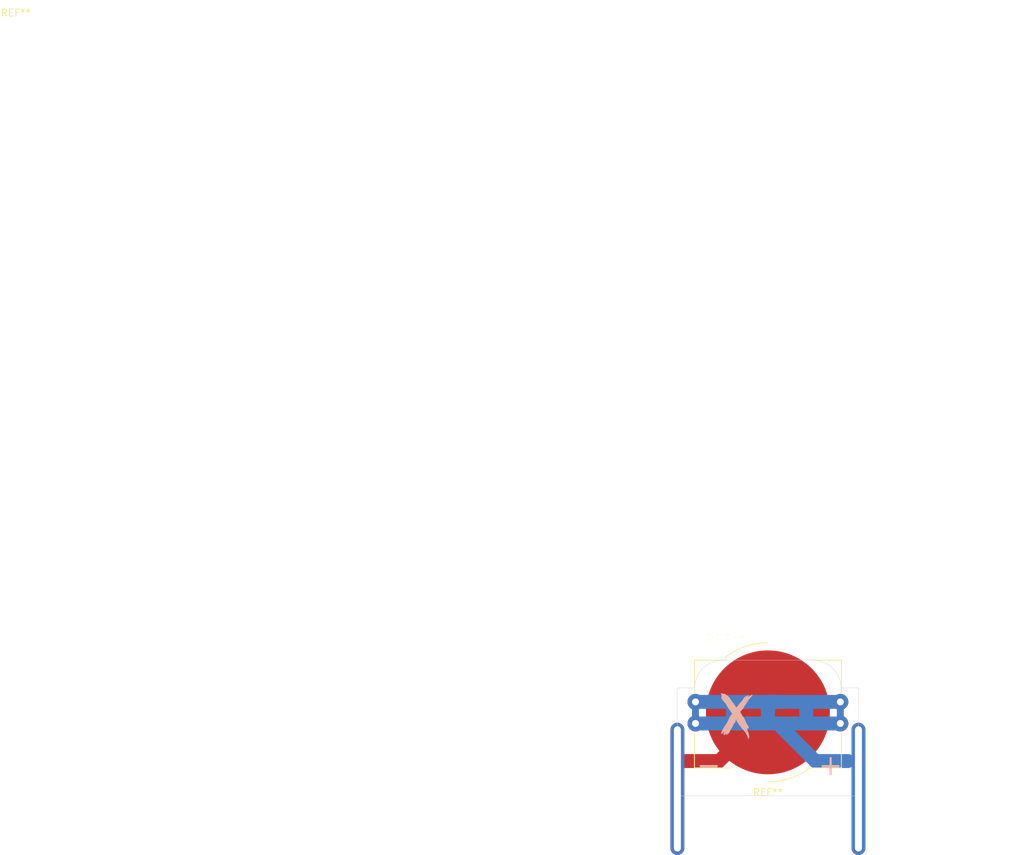
<source format=kicad_pcb>
(kicad_pcb (version 20171130) (host pcbnew "(5.1.6)-1")

  (general
    (thickness 1.6)
    (drawings 15)
    (tracks 27)
    (zones 0)
    (modules 4)
    (nets 1)
  )

  (page A4)
  (layers
    (0 F.Cu signal)
    (31 B.Cu signal)
    (32 B.Adhes user)
    (33 F.Adhes user)
    (34 B.Paste user)
    (35 F.Paste user)
    (36 B.SilkS user)
    (37 F.SilkS user)
    (38 B.Mask user)
    (39 F.Mask user)
    (40 Dwgs.User user)
    (41 Cmts.User user)
    (42 Eco1.User user)
    (43 Eco2.User user)
    (44 Edge.Cuts user)
    (45 Margin user)
    (46 B.CrtYd user)
    (47 F.CrtYd user)
    (48 B.Fab user)
    (49 F.Fab user)
  )

  (setup
    (last_trace_width 0.25)
    (user_trace_width 1)
    (user_trace_width 2)
    (user_trace_width 3)
    (user_trace_width 4)
    (user_trace_width 5)
    (trace_clearance 0.2)
    (zone_clearance 0.508)
    (zone_45_only no)
    (trace_min 0.2)
    (via_size 0.8)
    (via_drill 0.4)
    (via_min_size 0.4)
    (via_min_drill 0.3)
    (user_via 6.7 6.3)
    (uvia_size 0.3)
    (uvia_drill 0.1)
    (uvias_allowed no)
    (uvia_min_size 0.2)
    (uvia_min_drill 0.1)
    (edge_width 0.05)
    (segment_width 0.2)
    (pcb_text_width 0.3)
    (pcb_text_size 1.5 1.5)
    (mod_edge_width 0.12)
    (mod_text_size 1 1)
    (mod_text_width 0.15)
    (pad_size 1.524 1.524)
    (pad_drill 0.762)
    (pad_to_mask_clearance 0.05)
    (aux_axis_origin 0 0)
    (visible_elements 7FFFFFFF)
    (pcbplotparams
      (layerselection 0x010fc_ffffffff)
      (usegerberextensions true)
      (usegerberattributes false)
      (usegerberadvancedattributes false)
      (creategerberjobfile false)
      (excludeedgelayer true)
      (linewidth 0.100000)
      (plotframeref false)
      (viasonmask false)
      (mode 1)
      (useauxorigin false)
      (hpglpennumber 1)
      (hpglpenspeed 20)
      (hpglpendiameter 15.000000)
      (psnegative false)
      (psa4output false)
      (plotreference true)
      (plotvalue false)
      (plotinvisibletext false)
      (padsonsilk false)
      (subtractmaskfromsilk true)
      (outputformat 1)
      (mirror false)
      (drillshape 0)
      (scaleselection 1)
      (outputdirectory ""))
  )

  (net 0 "")

  (net_class Default "This is the default net class."
    (clearance 0.2)
    (trace_width 0.25)
    (via_dia 0.8)
    (via_drill 0.4)
    (uvia_dia 0.3)
    (uvia_drill 0.1)
  )

  (module logos:logo_7 (layer F.Cu) (tedit 60C2B8C4) (tstamp 60C2BDBE)
    (at 103.5 101.5)
    (fp_text reference G*** (at 0 0) (layer F.SilkS) hide
      (effects (font (size 1.524 1.524) (thickness 0.3)))
    )
    (fp_text value LOGO (at 0.75 0) (layer F.SilkS) hide
      (effects (font (size 1.524 1.524) (thickness 0.3)))
    )
    (fp_poly (pts (xy 1.367615 -2.925497) (xy 1.36525 -2.921) (xy 1.353283 -2.908872) (xy 1.35105 -2.9083)
      (xy 1.350184 -2.916504) (xy 1.35255 -2.921) (xy 1.364516 -2.933129) (xy 1.366749 -2.9337)
      (xy 1.367615 -2.925497)) (layer Eco1.User) (width 0.01))
    (fp_poly (pts (xy 1.0287 -2.76225) (xy 1.02235 -2.7559) (xy 1.016 -2.76225) (xy 1.02235 -2.7686)
      (xy 1.0287 -2.76225)) (layer Eco1.User) (width 0.01))
    (fp_poly (pts (xy 1.0033 -2.74955) (xy 0.99695 -2.7432) (xy 0.9906 -2.74955) (xy 0.99695 -2.7559)
      (xy 1.0033 -2.74955)) (layer Eco1.User) (width 0.01))
    (fp_poly (pts (xy 1.107945 -2.747832) (xy 1.111359 -2.731981) (xy 1.1049 -2.72415) (xy 1.097358 -2.708939)
      (xy 1.099092 -2.704223) (xy 1.095573 -2.694187) (xy 1.08585 -2.6924) (xy 1.071476 -2.687353)
      (xy 1.071841 -2.681817) (xy 1.068223 -2.672345) (xy 1.061325 -2.671234) (xy 1.048077 -2.681196)
      (xy 1.04722 -2.691342) (xy 1.059092 -2.70912) (xy 1.06801 -2.711736) (xy 1.081267 -2.722006)
      (xy 1.082118 -2.733961) (xy 1.084761 -2.752441) (xy 1.090893 -2.7559) (xy 1.107945 -2.747832)) (layer Eco1.User) (width 0.01))
    (fp_poly (pts (xy 0.9017 -2.54635) (xy 0.89535 -2.54) (xy 0.889 -2.54635) (xy 0.89535 -2.5527)
      (xy 0.9017 -2.54635)) (layer Eco1.User) (width 0.01))
    (fp_poly (pts (xy 0.9779 -2.53365) (xy 0.97155 -2.5273) (xy 0.9652 -2.53365) (xy 0.97155 -2.54)
      (xy 0.9779 -2.53365)) (layer Eco1.User) (width 0.01))
    (fp_poly (pts (xy 0.833966 -2.484967) (xy 0.832223 -2.477417) (xy 0.8255 -2.4765) (xy 0.815046 -2.481147)
      (xy 0.817033 -2.484967) (xy 0.832105 -2.486487) (xy 0.833966 -2.484967)) (layer Eco1.User) (width 0.01))
    (fp_poly (pts (xy 0.5842 -2.01295) (xy 0.57785 -2.0066) (xy 0.5715 -2.01295) (xy 0.57785 -2.0193)
      (xy 0.5842 -2.01295)) (layer Eco1.User) (width 0.01))
    (fp_poly (pts (xy 0.977204 -2.747656) (xy 0.972756 -2.728129) (xy 0.95885 -2.709636) (xy 0.944312 -2.689993)
      (xy 0.94008 -2.674561) (xy 0.947495 -2.67086) (xy 0.952354 -2.673261) (xy 0.959638 -2.671243)
      (xy 0.957579 -2.661918) (xy 0.954418 -2.635716) (xy 0.96622 -2.626181) (xy 0.986709 -2.637361)
      (xy 0.990053 -2.64097) (xy 1.008983 -2.660188) (xy 1.01954 -2.667) (xy 1.02284 -2.656782)
      (xy 1.020525 -2.634308) (xy 1.015467 -2.6162) (xy 1.014238 -2.601099) (xy 1.004887 -2.590827)
      (xy 0.989614 -2.584138) (xy 0.964364 -2.564062) (xy 0.943548 -2.52442) (xy 0.933662 -2.4892)
      (xy 0.920076 -2.446796) (xy 0.897576 -2.401238) (xy 0.86942 -2.356623) (xy 0.838866 -2.317046)
      (xy 0.809171 -2.286604) (xy 0.783595 -2.269391) (xy 0.765395 -2.269504) (xy 0.761964 -2.273358)
      (xy 0.751183 -2.279405) (xy 0.737665 -2.262557) (xy 0.736487 -2.260391) (xy 0.727306 -2.240101)
      (xy 0.73286 -2.236399) (xy 0.741472 -2.239226) (xy 0.758747 -2.240896) (xy 0.762 -2.236357)
      (xy 0.753984 -2.220434) (xy 0.737233 -2.206369) (xy 0.722686 -2.202922) (xy 0.72139 -2.203844)
      (xy 0.713669 -2.196986) (xy 0.700985 -2.172331) (xy 0.692073 -2.150683) (xy 0.674243 -2.110785)
      (xy 0.650566 -2.066183) (xy 0.626208 -2.025949) (xy 0.606333 -1.999151) (xy 0.604974 -1.997741)
      (xy 0.603517 -2.006786) (xy 0.603833 -2.033204) (xy 0.604248 -2.042465) (xy 0.611121 -2.081155)
      (xy 0.626798 -2.134391) (xy 0.648271 -2.194236) (xy 0.672531 -2.25275) (xy 0.696572 -2.301995)
      (xy 0.712238 -2.327504) (xy 0.733101 -2.361301) (xy 0.75525 -2.404418) (xy 0.762446 -2.420392)
      (xy 0.781367 -2.456452) (xy 0.797138 -2.470056) (xy 0.801921 -2.469025) (xy 0.807164 -2.456884)
      (xy 0.793426 -2.442943) (xy 0.77862 -2.426597) (xy 0.778829 -2.417337) (xy 0.778037 -2.40273)
      (xy 0.766409 -2.385456) (xy 0.75278 -2.367465) (xy 0.758215 -2.363413) (xy 0.783996 -2.372825)
      (xy 0.791505 -2.376189) (xy 0.812055 -2.393491) (xy 0.837399 -2.425595) (xy 0.863569 -2.465802)
      (xy 0.886594 -2.507412) (xy 0.902506 -2.543726) (xy 0.907336 -2.568044) (xy 0.906715 -2.570647)
      (xy 0.911698 -2.586868) (xy 0.926381 -2.594292) (xy 0.948301 -2.605652) (xy 0.950135 -2.618074)
      (xy 0.93168 -2.624099) (xy 0.927186 -2.623991) (xy 0.903017 -2.610944) (xy 0.877986 -2.577079)
      (xy 0.875087 -2.57175) (xy 0.851868 -2.530108) (xy 0.838731 -2.511213) (xy 0.836465 -2.51481)
      (xy 0.845856 -2.540646) (xy 0.86177 -2.57605) (xy 0.881971 -2.617361) (xy 0.898881 -2.649178)
      (xy 0.908931 -2.664798) (xy 0.909094 -2.66495) (xy 0.912939 -2.664592) (xy 0.910159 -2.658806)
      (xy 0.912389 -2.642657) (xy 0.920822 -2.63698) (xy 0.935822 -2.63948) (xy 0.939881 -2.654562)
      (xy 0.930686 -2.670917) (xy 0.928129 -2.672714) (xy 0.925466 -2.68712) (xy 0.933105 -2.712153)
      (xy 0.946488 -2.737837) (xy 0.961061 -2.7542) (xy 0.96613 -2.7559) (xy 0.977204 -2.747656)) (layer Eco1.User) (width 0.01))
    (fp_poly (pts (xy -1.1811 2.57175) (xy -1.18745 2.5781) (xy -1.1938 2.57175) (xy -1.18745 2.5654)
      (xy -1.1811 2.57175)) (layer Eco1.User) (width 0.01))
    (fp_poly (pts (xy -1.2192 2.62255) (xy -1.22555 2.6289) (xy -1.2319 2.62255) (xy -1.22555 2.6162)
      (xy -1.2192 2.62255)) (layer Eco1.User) (width 0.01))
    (fp_poly (pts (xy -2.271817 -3.255016) (xy -2.241589 -3.245307) (xy -2.228288 -3.239731) (xy -2.186547 -3.225679)
      (xy -2.13399 -3.213973) (xy -2.101729 -3.20936) (xy -2.048452 -3.201361) (xy -1.995483 -3.189553)
      (xy -1.969957 -3.181864) (xy -1.920325 -3.170453) (xy -1.852659 -3.163755) (xy -1.798139 -3.1623)
      (xy -1.746274 -3.16141) (xy -1.702582 -3.157411) (xy -1.663359 -3.148314) (xy -1.624902 -3.132127)
      (xy -1.583507 -3.10686) (xy -1.53547 -3.070522) (xy -1.477088 -3.021124) (xy -1.404657 -2.956674)
      (xy -1.388573 -2.942177) (xy -1.349843 -2.909505) (xy -1.316791 -2.885761) (xy -1.294675 -2.874561)
      (xy -1.290055 -2.874408) (xy -1.272959 -2.869543) (xy -1.244843 -2.85058) (xy -1.216192 -2.82568)
      (xy -1.191928 -2.801831) (xy -1.168427 -2.7771) (xy -1.144112 -2.749345) (xy -1.117407 -2.716429)
      (xy -1.086734 -2.676212) (xy -1.050517 -2.626556) (xy -1.007178 -2.56532) (xy -0.955142 -2.490366)
      (xy -0.89283 -2.399556) (xy -0.818666 -2.290749) (xy -0.780908 -2.2352) (xy -0.719778 -2.145557)
      (xy -0.670398 -2.074136) (xy -0.630506 -2.017975) (xy -0.59784 -1.974113) (xy -0.570135 -1.939588)
      (xy -0.545129 -1.911438) (xy -0.52056 -1.886701) (xy -0.500314 -1.867935) (xy -0.462649 -1.828713)
      (xy -0.421217 -1.777548) (xy -0.384362 -1.724823) (xy -0.381 -1.719463) (xy -0.349078 -1.668897)
      (xy -0.308854 -1.606653) (xy -0.266367 -1.542018) (xy -0.239996 -1.502528) (xy -0.203728 -1.447719)
      (xy -0.170091 -1.395232) (xy -0.143248 -1.351661) (xy -0.129199 -1.32715) (xy -0.097103 -1.275293)
      (xy -0.062318 -1.233139) (xy -0.030139 -1.206845) (xy -0.022769 -1.203335) (xy -0.004718 -1.205367)
      (xy 0.013105 -1.22835) (xy 0.019328 -1.240631) (xy 0.037262 -1.269462) (xy 0.067913 -1.309964)
      (xy 0.106216 -1.355666) (xy 0.12995 -1.382013) (xy 0.220138 -1.482352) (xy 0.293519 -1.571074)
      (xy 0.353308 -1.652194) (xy 0.356306 -1.656765) (xy 1.198324 -1.656765) (xy 1.199256 -1.651)
      (xy 1.209456 -1.660736) (xy 1.2192 -1.6764) (xy 1.221843 -1.68275) (xy 1.2573 -1.68275)
      (xy 1.26365 -1.6764) (xy 1.27 -1.68275) (xy 1.26365 -1.6891) (xy 1.2573 -1.68275)
      (xy 1.221843 -1.68275) (xy 1.227375 -1.696036) (xy 1.226443 -1.7018) (xy 1.216243 -1.692065)
      (xy 1.2065 -1.6764) (xy 1.198324 -1.656765) (xy 0.356306 -1.656765) (xy 0.385221 -1.700848)
      (xy 0.403588 -1.729136) (xy 1.24498 -1.729136) (xy 1.247162 -1.731953) (xy 1.264821 -1.755669)
      (xy 1.277388 -1.77165) (xy 1.3081 -1.77165) (xy 1.31445 -1.7653) (xy 1.3208 -1.77165)
      (xy 1.31445 -1.778) (xy 1.3081 -1.77165) (xy 1.277388 -1.77165) (xy 1.291062 -1.789038)
      (xy 1.297549 -1.79705) (xy 1.3208 -1.79705) (xy 1.32715 -1.7907) (xy 1.3335 -1.79705)
      (xy 1.32715 -1.8034) (xy 1.3208 -1.79705) (xy 1.297549 -1.79705) (xy 1.30547 -1.806833)
      (xy 1.327596 -1.83515) (xy 1.3462 -1.83515) (xy 1.35255 -1.8288) (xy 1.3589 -1.83515)
      (xy 1.35255 -1.8415) (xy 1.3462 -1.83515) (xy 1.327596 -1.83515) (xy 1.332323 -1.841199)
      (xy 1.353555 -1.871121) (xy 1.354855 -1.87325) (xy 1.3716 -1.87325) (xy 1.37795 -1.8669)
      (xy 1.3843 -1.87325) (xy 1.37795 -1.8796) (xy 1.3716 -1.87325) (xy 1.354855 -1.87325)
      (xy 1.360083 -1.881811) (xy 1.375689 -1.897344) (xy 1.386899 -1.897044) (xy 1.394914 -1.896188)
      (xy 1.393821 -1.89865) (xy 1.4097 -1.89865) (xy 1.41605 -1.8923) (xy 1.4224 -1.89865)
      (xy 1.41605 -1.905) (xy 1.4097 -1.89865) (xy 1.393821 -1.89865) (xy 1.391897 -1.902982)
      (xy 1.393886 -1.920833) (xy 1.40547 -1.93675) (xy 1.4097 -1.93675) (xy 1.41605 -1.9304)
      (xy 1.4224 -1.93675) (xy 1.4351 -1.93675) (xy 1.44145 -1.9304) (xy 1.4478 -1.93675)
      (xy 1.44145 -1.9431) (xy 1.4351 -1.93675) (xy 1.4224 -1.93675) (xy 1.41605 -1.9431)
      (xy 1.4097 -1.93675) (xy 1.40547 -1.93675) (xy 1.41108 -1.944458) (xy 1.412882 -1.946219)
      (xy 1.437445 -1.973109) (xy 1.43884 -1.97485) (xy 1.4605 -1.97485) (xy 1.46685 -1.9685)
      (xy 1.4732 -1.97485) (xy 1.46685 -1.9812) (xy 1.4605 -1.97485) (xy 1.43884 -1.97485)
      (xy 1.467614 -2.010741) (xy 1.485311 -2.034773) (xy 1.510491 -2.06596) (xy 1.531593 -2.084362)
      (xy 1.541738 -2.086712) (xy 1.549418 -2.084943) (xy 1.546976 -2.088479) (xy 1.548868 -2.103119)
      (xy 1.564785 -2.126694) (xy 1.569201 -2.131661) (xy 1.589805 -2.156528) (xy 1.599972 -2.173992)
      (xy 1.6002 -2.175495) (xy 1.6082 -2.180147) (xy 1.613214 -2.177856) (xy 1.624061 -2.176799)
      (xy 1.62441 -2.180282) (xy 1.624026 -2.206142) (xy 1.631607 -2.218171) (xy 1.636888 -2.217023)
      (xy 1.648255 -2.223561) (xy 1.668133 -2.246562) (xy 1.692662 -2.280304) (xy 1.71798 -2.319066)
      (xy 1.740226 -2.357127) (xy 1.75554 -2.388767) (xy 1.758561 -2.39731) (xy 1.768146 -2.417349)
      (xy 1.775739 -2.420754) (xy 1.782921 -2.427169) (xy 1.786123 -2.44504) (xy 1.784609 -2.453485)
      (xy 1.777648 -2.453059) (xy 1.763834 -2.442199) (xy 1.741762 -2.419343) (xy 1.710024 -2.382931)
      (xy 1.667215 -2.331398) (xy 1.611929 -2.263185) (xy 1.54276 -2.176727) (xy 1.528642 -2.159)
      (xy 1.466034 -2.079727) (xy 1.416646 -2.015432) (xy 1.377374 -1.961638) (xy 1.345111 -1.913864)
      (xy 1.316754 -1.867632) (xy 1.289197 -1.818461) (xy 1.277747 -1.79705) (xy 1.258194 -1.759318)
      (xy 1.246713 -1.735492) (xy 1.24498 -1.729136) (xy 0.403588 -1.729136) (xy 0.417882 -1.75115)
      (xy 0.453397 -1.80282) (xy 0.478917 -1.837782) (xy 0.508752 -1.880557) (xy 0.535236 -1.924673)
      (xy 0.545853 -1.94571) (xy 0.561117 -1.975346) (xy 0.572535 -1.98405) (xy 0.582117 -1.977359)
      (xy 0.589216 -1.95747) (xy 0.578038 -1.935709) (xy 0.561622 -1.909555) (xy 0.564445 -1.89738)
      (xy 0.5842 -1.895792) (xy 0.604876 -1.902416) (xy 0.609599 -1.909741) (xy 0.616841 -1.925321)
      (xy 0.636123 -1.955811) (xy 0.663783 -1.996161) (xy 0.696159 -2.041317) (xy 0.729588 -2.086226)
      (xy 0.760406 -2.125837) (xy 0.784953 -2.155096) (xy 0.794893 -2.16535) (xy 0.817944 -2.192684)
      (xy 0.842273 -2.230663) (xy 0.84959 -2.244372) (xy 0.875836 -2.289069) (xy 0.907228 -2.332666)
      (xy 0.914519 -2.341347) (xy 0.944081 -2.381263) (xy 0.968988 -2.42508) (xy 0.972856 -2.433775)
      (xy 0.990706 -2.470861) (xy 1.009264 -2.500629) (xy 1.012883 -2.505075) (xy 1.023821 -2.52193)
      (xy 1.021143 -2.527495) (xy 1.018391 -2.53287) (xy 1.023188 -2.53702) (xy 1.037396 -2.552103)
      (xy 1.059792 -2.581179) (xy 1.077773 -2.606675) (xy 1.080221 -2.60985) (xy 1.8669 -2.60985)
      (xy 1.87325 -2.6035) (xy 1.8796 -2.60985) (xy 1.87325 -2.6162) (xy 1.8669 -2.60985)
      (xy 1.080221 -2.60985) (xy 1.099811 -2.63525) (xy 1.8796 -2.63525) (xy 1.88595 -2.6289)
      (xy 1.8923 -2.63525) (xy 1.88595 -2.6416) (xy 1.8796 -2.63525) (xy 1.099811 -2.63525)
      (xy 1.103121 -2.639541) (xy 1.125741 -2.661451) (xy 1.13719 -2.667) (xy 1.153947 -2.675612)
      (xy 1.182711 -2.698571) (xy 1.218256 -2.73156) (xy 1.23183 -2.745187) (xy 1.272413 -2.789182)
      (xy 1.296528 -2.82216) (xy 1.307442 -2.849096) (xy 1.308992 -2.862662) (xy 1.312828 -2.899714)
      (xy 1.319673 -2.926996) (xy 1.327154 -2.942144) (xy 1.332187 -2.935512) (xy 1.335984 -2.917914)
      (xy 1.337868 -2.891819) (xy 1.333474 -2.880169) (xy 1.325629 -2.866539) (xy 1.317361 -2.837167)
      (xy 1.315459 -2.827672) (xy 1.306478 -2.778794) (xy 1.361264 -2.787711) (xy 1.441213 -2.809555)
      (xy 1.508939 -2.849241) (xy 1.543127 -2.879129) (xy 1.585915 -2.91275) (xy 1.637012 -2.935861)
      (xy 1.703637 -2.9514) (xy 1.730375 -2.955383) (xy 1.764933 -2.956015) (xy 1.777475 -2.946578)
      (xy 1.767001 -2.928269) (xy 1.759089 -2.921117) (xy 1.746904 -2.902606) (xy 1.748016 -2.892742)
      (xy 1.746143 -2.876193) (xy 1.73912 -2.869718) (xy 1.724877 -2.850193) (xy 1.717899 -2.825877)
      (xy 1.710064 -2.796434) (xy 1.694397 -2.754707) (xy 1.679127 -2.720165) (xy 1.656288 -2.671713)
      (xy 1.644367 -2.644389) (xy 1.643345 -2.636393) (xy 1.653204 -2.645927) (xy 1.673923 -2.671194)
      (xy 1.67867 -2.677107) (xy 1.734811 -2.739269) (xy 1.796272 -2.794171) (xy 1.85836 -2.838537)
      (xy 1.916379 -2.869087) (xy 1.965637 -2.882546) (xy 1.973405 -2.8829) (xy 2.001288 -2.891618)
      (xy 2.039922 -2.915271) (xy 2.070685 -2.939374) (xy 2.139899 -2.992228) (xy 2.197753 -3.022998)
      (xy 2.24397 -3.031551) (xy 2.255389 -3.029799) (xy 2.274835 -3.023238) (xy 2.279619 -3.011889)
      (xy 2.271681 -2.987602) (xy 2.267719 -2.978033) (xy 2.241014 -2.925395) (xy 2.19965 -2.860934)
      (xy 2.142575 -2.783199) (xy 2.068739 -2.690741) (xy 2.000383 -2.609284) (xy 1.963111 -2.564928)
      (xy 1.929355 -2.52357) (xy 1.904617 -2.491994) (xy 1.89865 -2.483863) (xy 1.871678 -2.447048)
      (xy 1.846669 -2.414579) (xy 1.830001 -2.391474) (xy 1.803346 -2.352019) (xy 1.770154 -2.301419)
      (xy 1.733875 -2.244879) (xy 1.727744 -2.2352) (xy 1.691197 -2.178829) (xy 1.645965 -2.111325)
      (xy 1.594054 -2.035484) (xy 1.537472 -1.954101) (xy 1.478229 -1.86997) (xy 1.418331 -1.785887)
      (xy 1.359788 -1.704648) (xy 1.304606 -1.629046) (xy 1.254794 -1.561877) (xy 1.21236 -1.505937)
      (xy 1.179313 -1.46402) (xy 1.157659 -1.438922) (xy 1.151919 -1.433681) (xy 1.140692 -1.416983)
      (xy 1.140393 -1.414631) (xy 1.135582 -1.392902) (xy 1.12137 -1.360043) (xy 1.096074 -1.312587)
      (xy 1.064081 -1.2573) (xy 1.030849 -1.199183) (xy 0.996194 -1.135536) (xy 0.967205 -1.079401)
      (xy 0.965311 -1.075561) (xy 0.933464 -1.018114) (xy 0.903736 -0.978637) (xy 0.878111 -0.959337)
      (xy 0.86153 -0.96013) (xy 0.851332 -0.958658) (xy 0.8509 -0.955875) (xy 0.842625 -0.942919)
      (xy 0.82013 -0.915799) (xy 0.786904 -0.878554) (xy 0.748749 -0.83765) (xy 0.682812 -0.768352)
      (xy 0.632451 -0.71504) (xy 0.595874 -0.675167) (xy 0.571289 -0.646186) (xy 0.556904 -0.625549)
      (xy 0.550927 -0.610708) (xy 0.551567 -0.599115) (xy 0.557032 -0.588223) (xy 0.56497 -0.576343)
      (xy 0.579174 -0.546471) (xy 0.575877 -0.519444) (xy 0.572822 -0.512181) (xy 0.562999 -0.489843)
      (xy 0.56136 -0.474669) (xy 0.570398 -0.458272) (xy 0.592605 -0.432266) (xy 0.598606 -0.425448)
      (xy 0.619117 -0.397403) (xy 0.647481 -0.352266) (xy 0.680306 -0.295722) (xy 0.714206 -0.233458)
      (xy 0.722431 -0.217704) (xy 0.755509 -0.153912) (xy 0.787161 -0.093135) (xy 0.814228 -0.04142)
      (xy 0.833551 -0.004816) (xy 0.836619 0.000926) (xy 0.869328 0.056926) (xy 0.903408 0.106948)
      (xy 0.935392 0.146596) (xy 0.96181 0.171475) (xy 0.976155 0.1778) (xy 1.013717 0.189435)
      (xy 1.044424 0.220091) (xy 1.06175 0.262814) (xy 1.069945 0.287897) (xy 1.08786 0.331436)
      (xy 1.11363 0.389277) (xy 1.145392 0.45727) (xy 1.181283 0.531263) (xy 1.191262 0.551374)
      (xy 1.238709 0.648423) (xy 1.274264 0.725626) (xy 1.298812 0.785087) (xy 1.313235 0.828915)
      (xy 1.318048 0.853842) (xy 1.325083 0.892653) (xy 1.336017 0.921445) (xy 1.341443 0.928422)
      (xy 1.356605 0.948591) (xy 1.3589 0.957903) (xy 1.365828 0.976409) (xy 1.383412 1.006357)
      (xy 1.394787 1.023023) (xy 1.422191 1.067733) (xy 1.446979 1.118427) (xy 1.452842 1.133094)
      (xy 1.47779 1.186966) (xy 1.514653 1.250124) (xy 1.557737 1.313548) (xy 1.60099 1.367812)
      (xy 1.651408 1.428527) (xy 1.685456 1.480467) (xy 1.706607 1.53071) (xy 1.718336 1.586335)
      (xy 1.721279 1.6129) (xy 1.7261 1.65994) (xy 1.730954 1.696711) (xy 1.734897 1.716219)
      (xy 1.73536 1.717239) (xy 1.734305 1.736687) (xy 1.720286 1.76686) (xy 1.698089 1.800312)
      (xy 1.672501 1.8296) (xy 1.653424 1.844675) (xy 1.616423 1.862937) (xy 1.595448 1.864052)
      (xy 1.587706 1.84793) (xy 1.5875 1.842558) (xy 1.582467 1.820326) (xy 1.576346 1.813983)
      (xy 1.563115 1.801771) (xy 1.54212 1.775536) (xy 1.530279 1.75895) (xy 1.509793 1.729793)
      (xy 1.500787 1.720391) (xy 1.500563 1.729426) (xy 1.504239 1.74625) (xy 1.510846 1.779241)
      (xy 1.518965 1.826089) (xy 1.52536 1.8669) (xy 1.539742 1.960897) (xy 1.551855 2.033037)
      (xy 1.562362 2.086693) (xy 1.571924 2.125238) (xy 1.581205 2.152044) (xy 1.581463 2.15265)
      (xy 1.59585 2.191379) (xy 1.605219 2.224157) (xy 1.620294 2.252633) (xy 1.638668 2.264376)
      (xy 1.657174 2.275148) (xy 1.657897 2.298041) (xy 1.656828 2.302608) (xy 1.655612 2.329496)
      (xy 1.66267 2.342514) (xy 1.674123 2.360972) (xy 1.6764 2.37628) (xy 1.682132 2.405032)
      (xy 1.695969 2.439397) (xy 1.696418 2.440272) (xy 1.708016 2.464171) (xy 1.716722 2.487604)
      (xy 1.724329 2.517316) (xy 1.73263 2.560056) (xy 1.740848 2.607404) (xy 1.751308 2.657779)
      (xy 1.764346 2.705967) (xy 1.771944 2.728054) (xy 1.794005 2.791339) (xy 1.812606 2.858982)
      (xy 1.826994 2.926144) (xy 1.836412 2.987987) (xy 1.840105 3.039669) (xy 1.837319 3.076352)
      (xy 1.8288 3.09245) (xy 1.820142 3.109372) (xy 1.816133 3.14002) (xy 1.8161 3.143155)
      (xy 1.813233 3.172983) (xy 1.800436 3.18612) (xy 1.781175 3.190031) (xy 1.74625 3.19405)
      (xy 1.750564 3.286125) (xy 1.751869 3.330773) (xy 1.751325 3.363491) (xy 1.749062 3.377983)
      (xy 1.748644 3.3782) (xy 1.73895 3.368341) (xy 1.722208 3.343664) (xy 1.715754 3.333024)
      (xy 1.698789 3.300977) (xy 1.689359 3.276795) (xy 1.688703 3.272699) (xy 1.682206 3.25347)
      (xy 1.666238 3.222362) (xy 1.657018 3.20675) (xy 1.637985 3.170299) (xy 1.626853 3.138256)
      (xy 1.625665 3.129087) (xy 1.617985 3.099528) (xy 1.602039 3.071937) (xy 1.584132 3.039022)
      (xy 1.570743 2.997503) (xy 1.569411 2.99085) (xy 1.559288 2.953944) (xy 1.540843 2.903315)
      (xy 1.517076 2.845733) (xy 1.490989 2.78797) (xy 1.465583 2.736798) (xy 1.44386 2.698987)
      (xy 1.434312 2.68605) (xy 1.413495 2.658001) (xy 1.384548 2.612601) (xy 1.382923 2.60985)
      (xy 1.397 2.60985) (xy 1.40335 2.6162) (xy 1.4097 2.60985) (xy 1.40335 2.6035)
      (xy 1.397 2.60985) (xy 1.382923 2.60985) (xy 1.350647 2.555242) (xy 1.314967 2.491317)
      (xy 1.280684 2.426219) (xy 1.276952 2.418855) (xy 1.256558 2.38196) (xy 1.23083 2.342696)
      (xy 1.197348 2.298019) (xy 1.153695 2.244883) (xy 1.09745 2.180243) (xy 1.038339 2.11455)
      (xy 1.1557 2.11455) (xy 1.16205 2.1209) (xy 1.1684 2.11455) (xy 1.16205 2.1082)
      (xy 1.1557 2.11455) (xy 1.038339 2.11455) (xy 1.026196 2.101055) (xy 1.012897 2.086454)
      (xy 0.989589 2.059536) (xy 1.308486 2.059536) (xy 1.312777 2.089699) (xy 1.317249 2.103986)
      (xy 1.324911 2.119815) (xy 1.32937 2.112123) (xy 1.330804 2.105424) (xy 1.328389 2.076458)
      (xy 1.32204 2.060974) (xy 1.311812 2.045935) (xy 1.308704 2.053016) (xy 1.308486 2.059536)
      (xy 0.989589 2.059536) (xy 0.975361 2.043106) (xy 0.947002 2.0066) (xy 1.1176 2.0066)
      (xy 1.122246 2.017053) (xy 1.126066 2.015066) (xy 1.127586 1.999994) (xy 1.126066 1.998133)
      (xy 1.118516 1.999876) (xy 1.1176 2.0066) (xy 0.947002 2.0066) (xy 0.944447 2.003312)
      (xy 0.924415 1.972769) (xy 0.919445 1.961473) (xy 0.913424 1.94674) (xy 1.094247 1.94674)
      (xy 1.097337 1.953837) (xy 1.110124 1.967471) (xy 1.117476 1.964674) (xy 1.1176 1.962899)
      (xy 1.108579 1.952157) (xy 1.102937 1.948237) (xy 1.094247 1.94674) (xy 0.913424 1.94674)
      (xy 0.908811 1.935454) (xy 0.893933 1.933353) (xy 0.879946 1.944533) (xy 0.859942 1.952342)
      (xy 0.838931 1.935894) (xy 0.819021 1.900956) (xy 0.801378 1.87101) (xy 0.793985 1.86055)
      (xy 1.0668 1.86055) (xy 1.07315 1.8669) (xy 1.0795 1.86055) (xy 1.07315 1.8542)
      (xy 1.0668 1.86055) (xy 0.793985 1.86055) (xy 0.77284 1.830638) (xy 0.73944 1.788351)
      (xy 0.737924 1.786545) (xy 0.717611 1.759877) (xy 1.030485 1.759877) (xy 1.03677 1.780124)
      (xy 1.045931 1.790691) (xy 1.046162 1.7907) (xy 1.047901 1.780419) (xy 1.044948 1.764796)
      (xy 1.037158 1.746798) (xy 1.031868 1.745198) (xy 1.030485 1.759877) (xy 0.717611 1.759877)
      (xy 0.707231 1.74625) (xy 0.8001 1.74625) (xy 0.80645 1.7526) (xy 0.8128 1.74625)
      (xy 0.80645 1.7399) (xy 0.8001 1.74625) (xy 0.707231 1.74625) (xy 0.699639 1.736284)
      (xy 0.689485 1.72085) (xy 1.016 1.72085) (xy 1.02235 1.7272) (xy 1.0287 1.72085)
      (xy 1.02235 1.7145) (xy 1.016 1.72085) (xy 0.689485 1.72085) (xy 0.662119 1.679254)
      (xy 0.636812 1.634145) (xy 0.612717 1.59385) (xy 0.6858 1.59385) (xy 0.69215 1.6002)
      (xy 0.6985 1.59385) (xy 0.69215 1.5875) (xy 0.6858 1.59385) (xy 0.612717 1.59385)
      (xy 0.60651 1.58347) (xy 0.563807 1.525678) (xy 0.521027 1.476314) (xy 0.639587 1.476314)
      (xy 0.646164 1.500694) (xy 0.657674 1.530079) (xy 0.670234 1.555932) (xy 0.67996 1.56972)
      (xy 0.682188 1.569944) (xy 0.681498 1.555798) (xy 0.674575 1.539457) (xy 0.667193 1.516658)
      (xy 0.669313 1.506619) (xy 0.667445 1.49931) (xy 0.661767 1.4986) (xy 0.651888 1.491612)
      (xy 0.653507 1.486777) (xy 0.652182 1.470354) (xy 0.649022 1.467667) (xy 0.639738 1.47013)
      (xy 0.639587 1.476314) (xy 0.521027 1.476314) (xy 0.515648 1.470108) (xy 0.511725 1.465993)
      (xy 0.464723 1.413473) (xy 0.413082 1.35008) (xy 0.386348 1.31445) (xy 0.7493 1.31445)
      (xy 0.75565 1.3208) (xy 0.762 1.31445) (xy 0.75565 1.3081) (xy 0.7493 1.31445)
      (xy 0.386348 1.31445) (xy 0.365445 1.286592) (xy 0.34925 1.263294) (xy 0.31554 1.2135)
      (xy 0.271943 1.14935) (xy 0.4572 1.14935) (xy 0.46355 1.1557) (xy 0.4699 1.14935)
      (xy 0.46355 1.143) (xy 0.4572 1.14935) (xy 0.271943 1.14935) (xy 0.271874 1.149249)
      (xy 0.22267 1.077027) (xy 0.19401 1.03505) (xy 0.4064 1.03505) (xy 0.41275 1.0414)
      (xy 0.4191 1.03505) (xy 0.41275 1.0287) (xy 0.4064 1.03505) (xy 0.19401 1.03505)
      (xy 0.176667 1.00965) (xy 0.3937 1.00965) (xy 0.40005 1.016) (xy 0.4064 1.00965)
      (xy 0.40005 1.0033) (xy 0.3937 1.00965) (xy 0.176667 1.00965) (xy 0.172345 1.003321)
      (xy 0.142875 0.960245) (xy 0.11439 0.91804) (xy 1.119647 0.91804) (xy 1.122737 0.925137)
      (xy 1.135524 0.938771) (xy 1.142876 0.935974) (xy 1.143 0.934199) (xy 1.133979 0.923457)
      (xy 1.128337 0.919537) (xy 1.119647 0.91804) (xy 0.11439 0.91804) (xy 0.101181 0.89847)
      (xy 0.065021 0.843197) (xy 0.036695 0.798085) (xy 0.034176 0.79375) (xy 0.2667 0.79375)
      (xy 0.27305 0.8001) (xy 0.2794 0.79375) (xy 1.0414 0.79375) (xy 1.04775 0.8001)
      (xy 1.0541 0.79375) (xy 1.04775 0.7874) (xy 1.0414 0.79375) (xy 0.2794 0.79375)
      (xy 0.27305 0.7874) (xy 0.2667 0.79375) (xy 0.034176 0.79375) (xy 0.018505 0.766791)
      (xy 0.0127 0.75337) (xy 0.006436 0.737969) (xy 0.002639 0.736696) (xy 0.229431 0.736696)
      (xy 0.232585 0.743273) (xy 0.23968 0.752475) (xy 0.258217 0.772219) (xy 0.266491 0.772133)
      (xy 0.2667 0.769905) (xy 0.258021 0.759303) (xy 0.253764 0.75565) (xy 1.0287 0.75565)
      (xy 1.03505 0.762) (xy 1.0414 0.75565) (xy 1.03505 0.7493) (xy 1.0287 0.75565)
      (xy 0.253764 0.75565) (xy 0.244475 0.74768) (xy 0.237997 0.74295) (xy 0.9906 0.74295)
      (xy 0.99695 0.7493) (xy 1.0033 0.74295) (xy 0.99695 0.7366) (xy 0.9906 0.74295)
      (xy 0.237997 0.74295) (xy 0.229431 0.736696) (xy 0.002639 0.736696) (xy 0.002352 0.7366)
      (xy -0.00849 0.726325) (xy -0.01396 0.71755) (xy 0.9652 0.71755) (xy 0.97155 0.7239)
      (xy 0.9779 0.71755) (xy 0.97155 0.7112) (xy 0.9652 0.71755) (xy -0.01396 0.71755)
      (xy -0.023909 0.701593) (xy -0.030042 0.68944) (xy 0.979947 0.68944) (xy 0.983037 0.696537)
      (xy 0.995824 0.710171) (xy 1.003176 0.707374) (xy 1.0033 0.705599) (xy 0.994279 0.694857)
      (xy 0.988637 0.690937) (xy 0.979947 0.68944) (xy -0.030042 0.68944) (xy -0.039078 0.671538)
      (xy -0.049165 0.645296) (xy -0.049862 0.64135) (xy 0.9398 0.64135) (xy 0.94615 0.6477)
      (xy 0.9525 0.64135) (xy 0.94615 0.635) (xy 0.9398 0.64135) (xy -0.049862 0.64135)
      (xy -0.0508 0.63605) (xy -0.040237 0.624545) (xy -0.025401 0.61862) (xy -0.004746 0.604723)
      (xy 0 0.591738) (xy 0.008308 0.57412) (xy 0.016311 0.5715) (xy 0.033337 0.561519)
      (xy 0.052826 0.537229) (xy 0.054411 0.534615) (xy 0.071431 0.503291) (xy 0.071743 0.50165)
      (xy 0.8001 0.50165) (xy 0.80645 0.508) (xy 0.8128 0.50165) (xy 0.80645 0.4953)
      (xy 0.8001 0.50165) (xy 0.071743 0.50165) (xy 0.074396 0.487728) (xy 0.063674 0.482782)
      (xy 0.058159 0.4826) (xy 0.043094 0.493597) (xy 0.031881 0.520108) (xy 0.03175 0.520699)
      (xy 0.022518 0.548701) (xy 0.007403 0.558283) (xy -0.006907 0.558139) (xy -0.020092 0.565127)
      (xy -0.044384 0.583336) (xy -0.052331 0.589889) (xy -0.07937 0.610575) (xy -0.098679 0.621692)
      (xy -0.101442 0.6223) (xy -0.112855 0.632655) (xy -0.129852 0.658955) (xy -0.1391 0.676275)
      (xy -0.160599 0.716513) (xy -0.181882 0.752354) (xy -0.187858 0.761368) (xy -0.20181 0.782664)
      (xy -0.200704 0.78823) (xy -0.187325 0.783992) (xy -0.169109 0.782608) (xy -0.1651 0.788548)
      (xy -0.157296 0.795761) (xy -0.1524 0.793749) (xy -0.143268 0.790009) (xy -0.141403 0.79638)
      (xy -0.147819 0.816208) (xy -0.163528 0.85284) (xy -0.183564 0.896701) (xy -0.208967 0.948551)
      (xy -0.234017 0.99059) (xy -0.264396 1.030947) (xy -0.305791 1.077756) (xy -0.323057 1.096237)
      (xy -0.343143 1.111345) (xy -0.353129 1.107373) (xy -0.351718 1.089063) (xy -0.337617 1.06116)
      (xy -0.334033 1.056035) (xy -0.308891 1.02014) (xy -0.299814 1.003733) (xy -0.306762 1.006902)
      (xy -0.329696 1.029734) (xy -0.340581 1.0414) (xy -0.370365 1.077491) (xy -0.392601 1.111444)
      (xy -0.400736 1.1303) (xy -0.411676 1.168188) (xy -0.419979 1.191222) (xy -0.429419 1.22355)
      (xy -0.4318 1.242983) (xy -0.440554 1.266998) (xy -0.461679 1.293636) (xy -0.462339 1.294261)
      (xy -0.486205 1.327312) (xy -0.501128 1.366941) (xy -0.501231 1.367481) (xy -0.511913 1.40193)
      (xy -0.533068 1.45312) (xy -0.562095 1.516017) (xy -0.59639 1.585586) (xy -0.633352 1.656794)
      (xy -0.670378 1.724605) (xy -0.704866 1.783985) (xy -0.734213 1.8299) (xy -0.752824 1.8542)
      (xy -0.797539 1.910341) (xy -0.846381 1.98332) (xy -0.895261 2.065938) (xy -0.940093 2.150999)
      (xy -0.976787 2.231306) (xy -0.995862 2.282106) (xy -1.012638 2.325621) (xy -1.031286 2.363256)
      (xy -1.040491 2.377356) (xy -1.05925 2.405128) (xy -1.082842 2.445042) (xy -1.098001 2.472963)
      (xy -1.120789 2.512339) (xy -1.141277 2.534318) (xy -1.166181 2.545251) (xy -1.176907 2.547592)
      (xy -1.208431 2.557885) (xy -1.227228 2.572131) (xy -1.228203 2.574083) (xy -1.243365 2.586593)
      (xy -1.252396 2.585652) (xy -1.270893 2.590157) (xy -1.283536 2.60506) (xy -1.296606 2.622613)
      (xy -1.304112 2.624421) (xy -1.316218 2.627515) (xy -1.335401 2.644629) (xy -1.355139 2.668329)
      (xy -1.368913 2.691182) (xy -1.3716 2.701354) (xy -1.377897 2.713266) (xy -1.383532 2.711924)
      (xy -1.398946 2.715492) (xy -1.422117 2.733607) (xy -1.427982 2.73962) (xy -1.4605 2.77469)
      (xy -1.462513 2.67322) (xy -1.463254 2.622407) (xy -1.463396 2.579662) (xy -1.462924 2.55284)
      (xy -1.462749 2.550014) (xy -1.467367 2.534745) (xy -1.481126 2.537065) (xy -1.497775 2.554357)
      (xy -1.505219 2.567779) (xy -1.512712 2.582457) (xy -1.522766 2.594146) (xy -1.540343 2.606149)
      (xy -1.570407 2.621772) (xy -1.617923 2.644317) (xy -1.6256 2.64791) (xy -1.68358 2.682697)
      (xy -1.736564 2.732495) (xy -1.756291 2.755746) (xy -1.787198 2.790894) (xy -1.813657 2.815555)
      (xy -1.830729 2.825239) (xy -1.832491 2.82502) (xy -1.840276 2.812498) (xy -1.844084 2.78077)
      (xy -1.84415 2.72727) (xy -1.843412 2.704967) (xy -1.842532 2.647953) (xy -1.844564 2.613025)
      (xy -1.827327 2.613025) (xy -1.822734 2.634923) (xy -1.801388 2.641539) (xy -1.797449 2.6416)
      (xy -1.774976 2.637297) (xy -1.773391 2.622599) (xy -1.773532 2.622225) (xy -1.784626 2.61003)
      (xy -1.797473 2.61655) (xy -1.812342 2.621917) (xy -1.819916 2.607349) (xy -1.823708 2.59715)
      (xy -1.7653 2.59715) (xy -1.75895 2.6035) (xy -1.7526 2.59715) (xy -1.75895 2.5908)
      (xy -1.7653 2.59715) (xy -1.823708 2.59715) (xy -1.824558 2.594864) (xy -1.826929 2.606403)
      (xy -1.827327 2.613025) (xy -1.844564 2.613025) (xy -1.844795 2.609062) (xy -1.849972 2.59149)
      (xy -1.851587 2.5908) (xy -1.856268 2.580198) (xy -1.855838 2.57175) (xy -1.7653 2.57175)
      (xy -1.75895 2.5781) (xy -1.7526 2.57175) (xy -1.7399 2.57175) (xy -1.73355 2.5781)
      (xy -1.7272 2.57175) (xy -1.5875 2.57175) (xy -1.58115 2.5781) (xy -1.5748 2.57175)
      (xy -1.58115 2.5654) (xy -1.5875 2.57175) (xy -1.7272 2.57175) (xy -1.73355 2.5654)
      (xy -1.7399 2.57175) (xy -1.7526 2.57175) (xy -1.75895 2.5654) (xy -1.7653 2.57175)
      (xy -1.855838 2.57175) (xy -1.855192 2.55905) (xy -1.5621 2.55905) (xy -1.55575 2.5654)
      (xy -1.5494 2.55905) (xy -1.55575 2.5527) (xy -1.5621 2.55905) (xy -1.855192 2.55905)
      (xy -1.854957 2.554444) (xy -1.851252 2.53365) (xy -1.7145 2.53365) (xy -1.70815 2.54)
      (xy -1.7018 2.53365) (xy -1.524 2.53365) (xy -1.51765 2.54) (xy -1.5113 2.53365)
      (xy -1.51765 2.5273) (xy -1.524 2.53365) (xy -1.7018 2.53365) (xy -1.70815 2.5273)
      (xy -1.7145 2.53365) (xy -1.851252 2.53365) (xy -1.849285 2.522615) (xy -1.840885 2.493788)
      (xy -1.839134 2.490699) (xy -1.5113 2.490699) (xy -1.503476 2.497584) (xy -1.4986 2.49555)
      (xy -1.4605 2.49555) (xy -1.45415 2.5019) (xy -1.4478 2.49555) (xy -1.45415 2.4892)
      (xy -1.4605 2.49555) (xy -1.4986 2.49555) (xy -1.486375 2.478726) (xy -1.4859 2.475)
      (xy -1.493725 2.468115) (xy -1.4986 2.47015) (xy -1.510826 2.486973) (xy -1.5113 2.490699)
      (xy -1.839134 2.490699) (xy -1.831388 2.477039) (xy -1.831096 2.476812) (xy -1.821416 2.462661)
      (xy -1.804865 2.432147) (xy -1.798554 2.41935) (xy -1.4986 2.41935) (xy -1.49225 2.4257)
      (xy -1.4859 2.41935) (xy -1.49225 2.413) (xy -1.4986 2.41935) (xy -1.798554 2.41935)
      (xy -1.786025 2.39395) (xy -1.758333 2.345939) (xy -1.738198 2.31775) (xy -1.6002 2.31775)
      (xy -1.59385 2.3241) (xy -1.5875 2.31775) (xy -1.4859 2.31775) (xy -1.47955 2.3241)
      (xy -1.4732 2.31775) (xy -1.47955 2.3114) (xy -1.4859 2.31775) (xy -1.5875 2.31775)
      (xy -1.59385 2.3114) (xy -1.6002 2.31775) (xy -1.738198 2.31775) (xy -1.719234 2.291201)
      (xy -1.709507 2.27965) (xy -1.5748 2.27965) (xy -1.56845 2.286) (xy -1.5621 2.27965)
      (xy -1.56845 2.2733) (xy -1.5748 2.27965) (xy -1.709507 2.27965) (xy -1.703055 2.271988)
      (xy -1.468408 2.271988) (xy -1.466836 2.2733) (xy -1.458285 2.263012) (xy -1.443119 2.236866)
      (xy -1.434031 2.219325) (xy -1.422011 2.192325) (xy -1.420259 2.181234) (xy -1.425079 2.1844)
      (xy -1.439732 2.204625) (xy -1.45449 2.231613) (xy -1.465375 2.256891) (xy -1.468408 2.271988)
      (xy -1.703055 2.271988) (xy -1.676156 2.240047) (xy -1.671898 2.235507) (xy -1.638759 2.199866)
      (xy -1.623183 2.181219) (xy -1.625363 2.179661) (xy -1.645493 2.19529) (xy -1.683767 2.228203)
      (xy -1.718276 2.258742) (xy -1.753426 2.286576) (xy -1.783759 2.304488) (xy -1.800826 2.308674)
      (xy -1.823074 2.314958) (xy -1.847181 2.335236) (xy -1.86403 2.360593) (xy -1.866901 2.37327)
      (xy -1.876525 2.388267) (xy -1.900522 2.409222) (xy -1.909626 2.415717) (xy -1.938332 2.439548)
      (xy -1.975476 2.476233) (xy -2.013875 2.518595) (xy -2.020751 2.52673) (xy -2.054205 2.565849)
      (xy -2.07522 2.587163) (xy -2.086884 2.592971) (xy -2.092286 2.585568) (xy -2.093219 2.580624)
      (xy -2.090298 2.554084) (xy -2.078505 2.514895) (xy -2.065718 2.483579) (xy -2.049297 2.443163)
      (xy -2.046749 2.423989) (xy -2.058039 2.426042) (xy -2.083137 2.44931) (xy -2.122008 2.493776)
      (xy -2.140016 2.515773) (xy -2.180993 2.563911) (xy -2.210739 2.593296) (xy -2.228367 2.603286)
      (xy -2.232993 2.593237) (xy -2.230383 2.581275) (xy -2.224177 2.554521) (xy -2.217137 2.516657)
      (xy -2.215758 2.50825) (xy -2.208362 2.468328) (xy -2.198426 2.429828) (xy -2.184144 2.387994)
      (xy -2.163711 2.338073) (xy -2.13532 2.27531) (xy -2.097164 2.194951) (xy -2.095143 2.19075)
      (xy -2.089034 2.17805) (xy -1.5113 2.17805) (xy -1.50495 2.1844) (xy -1.4986 2.17805)
      (xy -1.50495 2.1717) (xy -1.5113 2.17805) (xy -2.089034 2.17805) (xy -2.076456 2.151902)
      (xy -1.409506 2.151902) (xy -1.403632 2.152569) (xy -1.391689 2.139222) (xy -1.380048 2.118204)
      (xy -1.379679 2.108587) (xy -1.389733 2.112093) (xy -1.401957 2.128952) (xy -1.409262 2.148868)
      (xy -1.409506 2.151902) (xy -2.076456 2.151902) (xy -2.070706 2.13995) (xy -1.4859 2.13995)
      (xy -1.47955 2.1463) (xy -1.4732 2.13995) (xy -1.47955 2.1336) (xy -1.4859 2.13995)
      (xy -2.070706 2.13995) (xy -2.060188 2.118087) (xy -2.052385 2.10185) (xy -1.4605 2.10185)
      (xy -1.45415 2.1082) (xy -1.4478 2.10185) (xy -1.45415 2.0955) (xy -1.4605 2.10185)
      (xy -2.052385 2.10185) (xy -2.044725 2.08591) (xy -1.3843 2.08591) (xy -1.376653 2.089781)
      (xy -1.36525 2.0828) (xy -1.349242 2.063677) (xy -1.3462 2.054289) (xy -1.353848 2.050418)
      (xy -1.36525 2.0574) (xy -1.381259 2.076522) (xy -1.3843 2.08591) (xy -2.044725 2.08591)
      (xy -2.02797 2.05105) (xy -1.4224 2.05105) (xy -1.41605 2.0574) (xy -1.4097 2.05105)
      (xy -1.41605 2.0447) (xy -1.4224 2.05105) (xy -2.02797 2.05105) (xy -2.024103 2.043004)
      (xy -2.01018 2.014007) (xy -1.342457 2.014007) (xy -1.339535 2.01981) (xy -1.328434 2.027157)
      (xy -1.31962 2.01748) (xy -1.316677 2.000103) (xy -1.322001 1.995752) (xy -1.340537 1.997349)
      (xy -1.342457 2.014007) (xy -2.01018 2.014007) (xy -2.003574 2.00025) (xy -1.3843 2.00025)
      (xy -1.37795 2.0066) (xy -1.3716 2.00025) (xy -1.37795 1.9939) (xy -1.3843 2.00025)
      (xy -2.003574 2.00025) (xy -1.991929 1.975998) (xy -1.328434 1.975998) (xy -1.321613 1.980372)
      (xy -1.312205 1.978961) (xy -1.290641 1.964584) (xy -1.28509 1.952479) (xy -1.286391 1.933366)
      (xy -1.298337 1.933828) (xy -1.316176 1.953241) (xy -1.318529 1.956882) (xy -1.328434 1.975998)
      (xy -1.991929 1.975998) (xy -1.990615 1.973263) (xy -1.985286 1.96215) (xy -1.3589 1.96215)
      (xy -1.35255 1.9685) (xy -1.3462 1.96215) (xy -1.35255 1.9558) (xy -1.3589 1.96215)
      (xy -1.985286 1.96215) (xy -1.973105 1.93675) (xy -1.3462 1.93675) (xy -1.33985 1.9431)
      (xy -1.3335 1.93675) (xy -1.33985 1.9304) (xy -1.3462 1.93675) (xy -1.973105 1.93675)
      (xy -1.967014 1.92405) (xy -1.6764 1.92405) (xy -1.67005 1.9304) (xy -1.6637 1.92405)
      (xy -1.67005 1.9177) (xy -1.6764 1.92405) (xy -1.967014 1.92405) (xy -1.963453 1.916625)
      (xy -1.962762 1.915182) (xy -1.278718 1.915182) (xy -1.277507 1.9177) (xy -1.266897 1.909301)
      (xy -1.2573 1.89865) (xy -1.249573 1.883179) (xy -1.254387 1.8796) (xy -1.26967 1.889744)
      (xy -1.274593 1.89865) (xy -1.278718 1.915182) (xy -1.962762 1.915182) (xy -1.957885 1.905)
      (xy -1.935588 1.860996) (xy -1.249771 1.860996) (xy -1.246067 1.8669) (xy -1.232336 1.856717)
      (xy -1.22661 1.846032) (xy -1.221473 1.824609) (xy -1.22843 1.82438) (xy -1.242014 1.842077)
      (xy -1.249771 1.860996) (xy -1.935588 1.860996) (xy -1.908589 1.807713) (xy -1.900821 1.794034)
      (xy -1.390934 1.794034) (xy -1.385868 1.797567) (xy -1.384795 1.79705) (xy -1.2192 1.79705)
      (xy -1.21285 1.8034) (xy -1.2065 1.79705) (xy -1.21285 1.7907) (xy -1.2192 1.79705)
      (xy -1.384795 1.79705) (xy -1.37151 1.790651) (xy -1.351328 1.772439) (xy -1.351038 1.77165)
      (xy -1.2954 1.77165) (xy -1.28905 1.778) (xy -1.2827 1.77165) (xy -1.28905 1.7653)
      (xy -1.2954 1.77165) (xy -1.351038 1.77165) (xy -1.3462 1.758503) (xy -1.351481 1.741446)
      (xy -1.364267 1.745003) (xy -1.379978 1.76745) (xy -1.382171 1.772048) (xy -1.390934 1.794034)
      (xy -1.900821 1.794034) (xy -1.866472 1.73355) (xy -1.2827 1.73355) (xy -1.27635 1.7399)
      (xy -1.275523 1.739073) (xy -1.190687 1.739073) (xy -1.18895 1.7399) (xy -1.17736 1.730959)
      (xy -1.17475 1.7272) (xy -1.171514 1.715326) (xy -1.173251 1.7145) (xy -1.184841 1.72344)
      (xy -1.18745 1.7272) (xy -1.190687 1.739073) (xy -1.275523 1.739073) (xy -1.27 1.73355)
      (xy -1.27635 1.7272) (xy -1.2827 1.73355) (xy -1.866472 1.73355) (xy -1.853517 1.710738)
      (xy -1.827922 1.67005) (xy -1.2573 1.67005) (xy -1.25095 1.6764) (xy -1.247775 1.673225)
      (xy -1.151442 1.673225) (xy -1.149316 1.687295) (xy -1.141567 1.681692) (xy -1.126246 1.654695)
      (xy -1.122734 1.647825) (xy -1.109662 1.621344) (xy -1.108746 1.614885) (xy -1.120627 1.625832)
      (xy -1.126616 1.63195) (xy -1.145018 1.656042) (xy -1.151442 1.673225) (xy -1.247775 1.673225)
      (xy -1.2446 1.67005) (xy -1.25095 1.6637) (xy -1.2573 1.67005) (xy -1.827922 1.67005)
      (xy -1.789545 1.609045) (xy -1.761862 1.56845) (xy -1.0922 1.56845) (xy -1.08585 1.5748)
      (xy -1.0795 1.56845) (xy -1.08585 1.5621) (xy -1.0922 1.56845) (xy -1.761862 1.56845)
      (xy -1.713548 1.497603) (xy -1.691479 1.46685) (xy -1.1684 1.46685) (xy -1.16205 1.4732)
      (xy -1.1557 1.46685) (xy -1.16205 1.4605) (xy -1.1684 1.46685) (xy -1.691479 1.46685)
      (xy -1.682365 1.45415) (xy -1.0414 1.45415) (xy -1.03505 1.4605) (xy -1.0287 1.45415)
      (xy -1.03505 1.4478) (xy -1.0414 1.45415) (xy -1.682365 1.45415) (xy -1.664137 1.42875)
      (xy -1.0287 1.42875) (xy -1.02235 1.4351) (xy -1.016 1.42875) (xy -1.02235 1.4224)
      (xy -1.0287 1.42875) (xy -1.664137 1.42875) (xy -1.648368 1.406777) (xy -1.645905 1.40335)
      (xy -1.016 1.40335) (xy -1.00965 1.4097) (xy -1.0033 1.40335) (xy -1.00965 1.397)
      (xy -1.016 1.40335) (xy -1.645905 1.40335) (xy -1.627645 1.37795) (xy -1.0033 1.37795)
      (xy -0.99695 1.3843) (xy -0.9906 1.37795) (xy -0.99695 1.3716) (xy -1.0033 1.37795)
      (xy -1.627645 1.37795) (xy -1.599422 1.338692) (xy -1.550526 1.26889) (xy -1.529609 1.23825)
      (xy -0.9398 1.23825) (xy -0.93345 1.2446) (xy -0.9271 1.23825) (xy -0.93345 1.2319)
      (xy -0.9398 1.23825) (xy -1.529609 1.23825) (xy -1.512269 1.21285) (xy -0.9271 1.21285)
      (xy -0.92075 1.2192) (xy -0.9144 1.21285) (xy -0.92075 1.2065) (xy -0.9271 1.21285)
      (xy -1.512269 1.21285) (xy -1.505901 1.203523) (xy -1.470173 1.14935) (xy -0.9017 1.14935)
      (xy -0.89535 1.1557) (xy -0.889 1.14935) (xy -0.89535 1.143) (xy -0.9017 1.14935)
      (xy -1.470173 1.14935) (xy -1.46977 1.14874) (xy -1.454194 1.12395) (xy -1.446329 1.11125)
      (xy -1.0033 1.11125) (xy -0.99695 1.1176) (xy -0.9906 1.11125) (xy -0.889 1.11125)
      (xy -0.88265 1.1176) (xy -0.8763 1.11125) (xy -0.88265 1.1049) (xy -0.889 1.11125)
      (xy -0.9906 1.11125) (xy -0.99695 1.1049) (xy -1.0033 1.11125) (xy -1.446329 1.11125)
      (xy -1.430599 1.08585) (xy -0.8763 1.08585) (xy -0.86995 1.0922) (xy -0.8636 1.08585)
      (xy -0.86995 1.0795) (xy -0.8763 1.08585) (xy -1.430599 1.08585) (xy -1.423278 1.074029)
      (xy -1.398414 1.03505) (xy -0.9525 1.03505) (xy -0.94615 1.0414) (xy -0.9398 1.03505)
      (xy -0.6985 1.03505) (xy -0.69215 1.0414) (xy -0.6858 1.03505) (xy -0.69215 1.0287)
      (xy -0.6985 1.03505) (xy -0.9398 1.03505) (xy -0.94615 1.0287) (xy -0.9525 1.03505)
      (xy -1.398414 1.03505) (xy -1.393891 1.027961) (xy -1.373306 0.99695) (xy -0.8382 0.99695)
      (xy -0.83185 1.0033) (xy -0.8255 0.99695) (xy -0.83185 0.9906) (xy -0.8382 0.99695)
      (xy -1.373306 0.99695) (xy -1.370837 0.993231) (xy -1.364509 0.98425) (xy -1.34585 0.953039)
      (xy -1.3362 0.93345) (xy -0.8128 0.93345) (xy -0.80645 0.9398) (xy -0.8001 0.93345)
      (xy -0.80645 0.9271) (xy -0.8128 0.93345) (xy -1.3362 0.93345) (xy -1.323687 0.90805)
      (xy -0.8001 0.90805) (xy -0.79375 0.9144) (xy -0.7874 0.90805) (xy -0.79375 0.9017)
      (xy -0.8001 0.90805) (xy -1.323687 0.90805) (xy -1.32349 0.907652) (xy -1.302232 0.857846)
      (xy -1.301998 0.85725) (xy -1.27447 0.79352) (xy -1.252911 0.75565) (xy -1.2319 0.75565)
      (xy -1.22555 0.762) (xy -1.2192 0.75565) (xy -1.22555 0.7493) (xy -1.2319 0.75565)
      (xy -1.252911 0.75565) (xy -1.250174 0.750843) (xy -1.230009 0.730586) (xy -1.218688 0.730567)
      (xy -1.21333 0.725796) (xy -1.215094 0.712832) (xy -1.211773 0.692219) (xy -1.197518 0.653209)
      (xy -1.173871 0.599529) (xy -1.142375 0.534908) (xy -1.138372 0.52705) (xy 0 0.52705)
      (xy 0.00635 0.5334) (xy 0.0127 0.52705) (xy 0.00635 0.5207) (xy 0 0.52705)
      (xy -1.138372 0.52705) (xy -1.13771 0.525752) (xy -1.125701 0.50165) (xy 0.0127 0.50165)
      (xy 0.01905 0.508) (xy 0.0254 0.50165) (xy 0.01905 0.4953) (xy 0.0127 0.50165)
      (xy -1.125701 0.50165) (xy -1.107728 0.465583) (xy -1.088176 0.423951) (xy 0.511614 0.423951)
      (xy 0.512856 0.438217) (xy 0.525554 0.463038) (xy 0.526344 0.464255) (xy 0.543278 0.485182)
      (xy 0.554768 0.490783) (xy 0.555185 0.490448) (xy 0.553943 0.476182) (xy 0.541245 0.451361)
      (xy 0.540455 0.450144) (xy 0.523521 0.429217) (xy 0.512031 0.423616) (xy 0.511614 0.423951)
      (xy -1.088176 0.423951) (xy -1.082509 0.411885) (xy -1.064175 0.369416) (xy -1.054846 0.342934)
      (xy -1.054101 0.338249) (xy -1.046263 0.302262) (xy -1.03426 0.273977) (xy 0.522485 0.273977)
      (xy 0.52877 0.294224) (xy 0.537931 0.304791) (xy 0.538162 0.3048) (xy 0.539901 0.294519)
      (xy 0.536948 0.278896) (xy 0.529158 0.260898) (xy 0.523868 0.259298) (xy 0.522485 0.273977)
      (xy -1.03426 0.273977) (xy -1.024257 0.250406) (xy -0.990341 0.186186) (xy -0.981557 0.17145)
      (xy 0.127 0.17145) (xy 0.13335 0.1778) (xy 0.1397 0.17145) (xy 0.13335 0.1651)
      (xy 0.127 0.17145) (xy -0.981557 0.17145) (xy -0.96263 0.1397) (xy 0.14605 0.1397)
      (xy 0.147056 0.151402) (xy 0.15165 0.1524) (xy 0.164583 0.14318) (xy 0.1651 0.1397)
      (xy 0.160766 0.12733) (xy 0.159499 0.127) (xy 0.148656 0.135899) (xy 0.14605 0.1397)
      (xy -0.96263 0.1397) (xy -0.946777 0.113107) (xy -0.895823 0.034671) (xy -0.856406 -0.02176)
      (xy 0.294147 -0.02176) (xy 0.297237 -0.014663) (xy 0.310024 -0.001029) (xy 0.317376 -0.003826)
      (xy 0.3175 -0.005601) (xy 0.308479 -0.016343) (xy 0.302837 -0.020263) (xy 0.294147 -0.02176)
      (xy -0.856406 -0.02176) (xy -0.840556 -0.04445) (xy 0.254 -0.04445) (xy 0.256393 -0.02838)
      (xy 0.268986 -0.027567) (xy 0.284638 -0.033081) (xy 0.297902 -0.045652) (xy 0.291116 -0.058677)
      (xy 0.2723 -0.0635) (xy 0.256117 -0.053318) (xy 0.254 -0.04445) (xy -0.840556 -0.04445)
      (xy -0.83974 -0.045618) (xy -0.780786 -0.124255) (xy -0.721223 -0.197737) (xy -0.705167 -0.2159)
      (xy -0.3175 -0.2159) (xy -0.312854 -0.205447) (xy -0.309034 -0.207434) (xy -0.307514 -0.222506)
      (xy -0.309034 -0.224367) (xy -0.316584 -0.222624) (xy -0.3175 -0.2159) (xy -0.705167 -0.2159)
      (xy -0.673886 -0.251283) (xy -0.623441 -0.305716) (xy -0.658817 -0.361499) (xy -0.659112 -0.36195)
      (xy -0.4318 -0.36195) (xy -0.42545 -0.3556) (xy -0.4191 -0.36195) (xy -0.42545 -0.3683)
      (xy -0.4318 -0.36195) (xy -0.659112 -0.36195) (xy -0.685531 -0.402283) (xy -0.711896 -0.440472)
      (xy -0.721121 -0.453116) (xy -0.738556 -0.477309) (xy -0.766451 -0.517136) (xy -0.801046 -0.567187)
      (xy -0.838581 -0.62205) (xy -0.84075 -0.625237) (xy -0.877259 -0.678305) (xy -0.924646 -0.746276)
      (xy -0.978912 -0.823468) (xy -1.03606 -0.904196) (xy -1.092091 -0.982776) (xy -1.099801 -0.993537)
      (xy -1.150257 -1.064206) (xy -1.19766 -1.131149) (xy -1.236291 -1.18621) (xy 0.905308 -1.18621)
      (xy 0.906335 -1.1811) (xy 0.915206 -1.190915) (xy 0.935074 -1.217463) (xy 0.962766 -1.256399)
      (xy 0.987519 -1.292225) (xy 1.022718 -1.345117) (xy 1.048113 -1.385127) (xy 1.082613 -1.385127)
      (xy 1.08435 -1.3843) (xy 1.09594 -1.393241) (xy 1.09855 -1.397) (xy 1.101786 -1.408874)
      (xy 1.100049 -1.4097) (xy 1.088459 -1.40076) (xy 1.08585 -1.397) (xy 1.082613 -1.385127)
      (xy 1.048113 -1.385127) (xy 1.055427 -1.396649) (xy 1.080961 -1.439329) (xy 1.089035 -1.45415)
      (xy 1.1176 -1.45415) (xy 1.12395 -1.4478) (xy 1.1303 -1.45415) (xy 1.12395 -1.4605)
      (xy 1.1176 -1.45415) (xy 1.089035 -1.45415) (xy 1.090765 -1.457325) (xy 1.100486 -1.474027)
      (xy 1.133413 -1.474027) (xy 1.13515 -1.4732) (xy 1.14674 -1.482141) (xy 1.14935 -1.4859)
      (xy 1.152586 -1.497774) (xy 1.150849 -1.4986) (xy 1.139259 -1.48966) (xy 1.13665 -1.4859)
      (xy 1.133413 -1.474027) (xy 1.100486 -1.474027) (xy 1.109221 -1.489032) (xy 1.125124 -1.508443)
      (xy 1.130558 -1.5113) (xy 1.140679 -1.518467) (xy 1.140432 -1.520825) (xy 1.144343 -1.536784)
      (xy 1.157182 -1.566526) (xy 1.16609 -1.584325) (xy 1.183293 -1.61925) (xy 1.2192 -1.61925)
      (xy 1.22555 -1.6129) (xy 1.2319 -1.61925) (xy 1.22555 -1.6256) (xy 1.2192 -1.61925)
      (xy 1.183293 -1.61925) (xy 1.183899 -1.62048) (xy 1.189342 -1.63613) (xy 1.183719 -1.632182)
      (xy 1.168331 -1.609541) (xy 1.144623 -1.569371) (xy 1.120999 -1.529746) (xy 1.087834 -1.477012)
      (xy 1.05007 -1.418928) (xy 1.022412 -1.377566) (xy 0.975564 -1.307188) (xy 0.93972 -1.250633)
      (xy 0.915946 -1.209705) (xy 0.905308 -1.18621) (xy -1.236291 -1.18621) (xy -1.239309 -1.190511)
      (xy -1.272503 -1.238434) (xy -1.294541 -1.271059) (xy -1.29936 -1.278535) (xy -1.314788 -1.305257)
      (xy -1.339006 -1.34965) (xy -1.369401 -1.406692) (xy -1.403358 -1.471357) (xy -1.4142 -1.49225)
      (xy -0.6731 -1.49225) (xy -0.66675 -1.4859) (xy -0.6604 -1.49225) (xy -0.66675 -1.4986)
      (xy -0.6731 -1.49225) (xy -1.4142 -1.49225) (xy -1.438264 -1.538622) (xy -1.471504 -1.603464)
      (xy -1.492286 -1.64465) (xy -0.779211 -1.64465) (xy -0.748562 -1.6002) (xy -0.718643 -1.558485)
      (xy -0.695532 -1.529339) (xy -0.681108 -1.514505) (xy -0.677249 -1.515725) (xy -0.685835 -1.534742)
      (xy -0.694607 -1.55016) (xy -0.720347 -1.586369) (xy -0.748381 -1.616835) (xy -0.772172 -1.6383)
      (xy -0.4064 -1.6383) (xy -0.401754 -1.627847) (xy -0.397934 -1.629834) (xy -0.396414 -1.644906)
      (xy -0.397934 -1.646767) (xy -0.405484 -1.645024) (xy -0.4064 -1.6383) (xy -0.772172 -1.6383)
      (xy -0.779211 -1.64465) (xy -1.492286 -1.64465) (xy -1.500465 -1.660858) (xy -1.511218 -1.68275)
      (xy -0.8001 -1.68275) (xy -0.79375 -1.6764) (xy -0.7874 -1.68275) (xy -0.79375 -1.6891)
      (xy -0.8001 -1.68275) (xy -1.511218 -1.68275) (xy -1.517457 -1.69545) (xy -0.4572 -1.69545)
      (xy -0.45085 -1.6891) (xy -0.4445 -1.69545) (xy -0.45085 -1.7018) (xy -0.4572 -1.69545)
      (xy -1.517457 -1.69545) (xy -1.522532 -1.70578) (xy -1.530549 -1.722838) (xy -1.542286 -1.739186)
      (xy -1.550413 -1.74896) (xy -0.848853 -1.74896) (xy -0.845763 -1.741863) (xy -0.832976 -1.728229)
      (xy -0.825624 -1.731026) (xy -0.8255 -1.732801) (xy -0.834521 -1.743543) (xy -0.840163 -1.747463)
      (xy -0.848853 -1.74896) (xy -1.550413 -1.74896) (xy -1.569004 -1.771317) (xy -1.569293 -1.77165)
      (xy -0.9017 -1.77165) (xy -0.89535 -1.7653) (xy -0.889 -1.77165) (xy -0.89535 -1.778)
      (xy -0.9017 -1.77165) (xy -1.569293 -1.77165) (xy -1.608295 -1.816498) (xy -1.657752 -1.871999)
      (xy -1.679397 -1.895868) (xy -0.9652 -1.895868) (xy -0.957964 -1.877652) (xy -0.94053 -1.851663)
      (xy -0.940216 -1.851264) (xy -0.925515 -1.826561) (xy -0.92392 -1.809954) (xy -0.924341 -1.809415)
      (xy -0.924433 -1.805146) (xy -0.917991 -1.808207) (xy -0.899993 -1.805909) (xy -0.886722 -1.791771)
      (xy -0.872924 -1.774046) (xy -0.866241 -1.771126) (xy -0.869225 -1.783671) (xy -0.869599 -1.78435)
      (xy -0.4572 -1.78435) (xy -0.45085 -1.778) (xy -0.4445 -1.78435) (xy -0.45085 -1.7907)
      (xy -0.4572 -1.78435) (xy -0.869599 -1.78435) (xy -0.882715 -1.808103) (xy -0.884811 -1.811359)
      (xy -0.901869 -1.83515) (xy -0.508 -1.83515) (xy -0.50165 -1.8288) (xy -0.4953 -1.83515)
      (xy -0.50165 -1.8415) (xy -0.508 -1.83515) (xy -0.901869 -1.83515) (xy -0.908567 -1.844491)
      (xy -0.932715 -1.873225) (xy -0.952731 -1.892807) (xy -0.964092 -1.898481) (xy -0.9652 -1.895868)
      (xy -1.679397 -1.895868) (xy -1.704955 -1.92405) (xy -0.9779 -1.92405) (xy -0.97155 -1.9177)
      (xy -0.9652 -1.92405) (xy -0.97155 -1.9304) (xy -0.9779 -1.92405) (xy -1.704955 -1.92405)
      (xy -1.714965 -1.935087) (xy -1.776793 -2.002238) (xy -1.865208 -2.098464) (xy -1.936719 -2.178409)
      (xy -1.938564 -2.180564) (xy -1.163771 -2.180564) (xy -1.162982 -2.165584) (xy -1.150126 -2.139813)
      (xy -1.130159 -2.111307) (xy -1.108037 -2.088127) (xy -1.105855 -2.086379) (xy -1.086351 -2.072649)
      (xy -1.083909 -2.075171) (xy -1.098794 -2.094679) (xy -1.116285 -2.114992) (xy -1.139764 -2.144581)
      (xy -1.153871 -2.167855) (xy -1.1557 -2.174259) (xy -1.160759 -2.182531) (xy -1.163771 -2.180564)
      (xy -1.938564 -2.180564) (xy -1.958161 -2.20345) (xy -1.1811 -2.20345) (xy -1.17475 -2.1971)
      (xy -1.1684 -2.20345) (xy -1.17475 -2.2098) (xy -1.1811 -2.20345) (xy -1.958161 -2.20345)
      (xy -1.979911 -2.22885) (xy -1.1938 -2.22885) (xy -1.18745 -2.2225) (xy -1.1811 -2.22885)
      (xy -1.18745 -2.2352) (xy -1.1938 -2.22885) (xy -1.979911 -2.22885) (xy -1.992535 -2.243592)
      (xy -2.001016 -2.25425) (xy -1.2065 -2.25425) (xy -1.20015 -2.2479) (xy -1.1938 -2.25425)
      (xy -1.20015 -2.2606) (xy -1.2065 -2.25425) (xy -2.001016 -2.25425) (xy -2.021228 -2.27965)
      (xy -1.2192 -2.27965) (xy -1.21285 -2.2733) (xy -1.2065 -2.27965) (xy -1.21285 -2.286)
      (xy -1.2192 -2.27965) (xy -2.021228 -2.27965) (xy -2.033869 -2.295534) (xy -2.061931 -2.335758)
      (xy -2.072639 -2.35585) (xy -1.2573 -2.35585) (xy -1.25095 -2.3495) (xy -1.2446 -2.35585)
      (xy -1.25095 -2.3622) (xy -1.2573 -2.35585) (xy -2.072639 -2.35585) (xy -2.077933 -2.365783)
      (xy -2.083083 -2.386912) (xy -2.09071 -2.41045) (xy -2.1082 -2.4384) (xy -2.126303 -2.471166)
      (xy -2.133318 -2.501218) (xy -2.140625 -2.530972) (xy -2.158534 -2.567488) (xy -2.16571 -2.578619)
      (xy -2.184523 -2.614651) (xy -2.189681 -2.645028) (xy -2.18092 -2.66379) (xy -2.169622 -2.667)
      (xy -2.166811 -2.675572) (xy -2.176372 -2.693858) (xy -2.189412 -2.725437) (xy -2.179664 -2.747066)
      (xy -2.148597 -2.75584) (xy -2.144942 -2.755901) (xy -2.116397 -2.759438) (xy -2.110038 -2.772321)
      (xy -2.124501 -2.797957) (xy -2.126847 -2.801098) (xy -2.141679 -2.826813) (xy -2.145897 -2.84214)
      (xy -2.153255 -2.862781) (xy -2.153905 -2.86385) (xy -1.5621 -2.86385) (xy -1.55575 -2.8575)
      (xy -1.5494 -2.86385) (xy -1.55575 -2.8702) (xy -1.5621 -2.86385) (xy -2.153905 -2.86385)
      (xy -2.170695 -2.891456) (xy -2.173196 -2.894907) (xy -2.188913 -2.924816) (xy -2.189746 -2.947263)
      (xy -2.176583 -2.956503) (xy -2.164066 -2.954015) (xy -2.149408 -2.956178) (xy -2.146504 -2.975141)
      (xy -2.15118 -2.992967) (xy -1.646767 -2.992967) (xy -1.645024 -2.985417) (xy -1.6383 -2.9845)
      (xy -1.627847 -2.989147) (xy -1.629834 -2.992967) (xy -1.644906 -2.994487) (xy -1.646767 -2.992967)
      (xy -2.15118 -2.992967) (xy -2.154508 -3.005651) (xy -2.172574 -3.042453) (xy -2.18026 -3.054577)
      (xy -2.210529 -3.096829) (xy -2.24543 -3.141729) (xy -2.25646 -3.155061) (xy -2.286264 -3.197229)
      (xy -2.298485 -3.231112) (xy -2.29204 -3.253316) (xy -2.288613 -3.255936) (xy -2.271817 -3.255016)) (layer B.SilkS) (width 0.01))
  )

  (module Battery:Logo (layer F.Cu) (tedit 60C2B3DB) (tstamp 60C2B454)
    (at 0 0)
    (fp_text reference REF** (at 0 0.5) (layer F.SilkS)
      (effects (font (size 1 1) (thickness 0.15)))
    )
    (fp_text value Logo (at 0 -0.5) (layer F.Fab)
      (effects (font (size 1 1) (thickness 0.15)))
    )
  )

  (module Battery:BatteryHolder_LINX_CR2025-CR2032_BAT-HLD-001-THM (layer F.Cu) (tedit 60C2A0CC) (tstamp 60C2A31D)
    (at 108 101)
    (fp_text reference REF** (at -6.055 -10.389) (layer F.SilkS)
      (effects (font (size 1.4 1.4) (thickness 0.015)))
    )
    (fp_text value BatteryHolder_LINX_CR2025-CR2032_BAT-HLD-001-THM (at 6.391 10.389) (layer F.Fab)
      (effects (font (size 1.4 1.4) (thickness 0.015)))
    )
    (fp_line (start -11.8 9.15) (end -11.8 -9.15) (layer F.CrtYd) (width 0.05))
    (fp_line (start 11.8 9.15) (end -11.8 9.15) (layer F.CrtYd) (width 0.05))
    (fp_line (start 11.8 -9.15) (end 11.8 9.15) (layer F.CrtYd) (width 0.05))
    (fp_line (start -11.8 -9.15) (end 11.8 -9.15) (layer F.CrtYd) (width 0.05))
    (fp_line (start 10.55 8) (end 10.55 3.07) (layer F.SilkS) (width 0.127))
    (fp_line (start 5.5 8) (end 10.55 8) (layer F.SilkS) (width 0.127))
    (fp_line (start -10.55 8) (end -5.5 8) (layer F.SilkS) (width 0.127))
    (fp_line (start -10.55 3.07) (end -10.55 8) (layer F.SilkS) (width 0.127))
    (fp_line (start 10.55 -7.5) (end 10.55 -2.97) (layer F.SilkS) (width 0.127))
    (fp_line (start 6 -7.5) (end 10.55 -7.5) (layer F.SilkS) (width 0.127))
    (fp_line (start -10.55 -7.5) (end -6 -7.5) (layer F.SilkS) (width 0.127))
    (fp_line (start -10.55 -2.97) (end -10.55 -7.5) (layer F.SilkS) (width 0.127))
    (fp_line (start -10.55 8) (end -10.55 -7.5) (layer F.Fab) (width 0.127))
    (fp_line (start -5.5 8) (end -10.55 8) (layer F.Fab) (width 0.127))
    (fp_line (start 10.55 8) (end 5.5 8) (layer F.Fab) (width 0.127))
    (fp_line (start 10.55 -7.5) (end 10.55 8) (layer F.Fab) (width 0.127))
    (fp_line (start -10.55 -7.5) (end 10.55 -7.5) (layer F.Fab) (width 0.127))
    (fp_arc (start -0.07051 14.756402) (end 0 6) (angle 39.0435) (layer F.Fab) (width 0.127))
    (fp_arc (start 0.07051 14.756402) (end -5.5 8) (angle 39.0435) (layer F.Fab) (width 0.127))
    (pad N smd circle (at 0 0) (size 17.8 17.8) (layers F.Cu F.Mask))
    (pad P1 thru_hole circle (at -10.4 -1.5) (size 2.3 2.3) (drill 1) (layers *.Cu *.Mask))
    (pad P2 thru_hole circle (at -10.4 1.6) (size 2.3 2.3) (drill 1) (layers *.Cu *.Mask))
    (pad P3 thru_hole circle (at 10.4 1.6) (size 2.3 2.3) (drill 1) (layers *.Cu *.Mask))
    (pad P4 thru_hole circle (at 10.4 -1.5) (size 2.3 2.3) (drill 1) (layers *.Cu *.Mask))
    (model "E:/projects/Kicad 3d/BAT-HLD-001-THM--3DModel-STEP-56544.STEP"
      (at (xyz 0 0 0))
      (scale (xyz 1 1 1))
      (rotate (xyz -90 0 180))
    )
  )

  (module "Battery:0.5 AA to CR2032 pads" (layer F.Cu) (tedit 60C2A6F8) (tstamp 60C2A773)
    (at 108 112)
    (fp_text reference REF** (at 0 0.5) (layer F.SilkS)
      (effects (font (size 1 1) (thickness 0.15)))
    )
    (fp_text value "0.5 AA to CR2032 pads" (at 0 -0.5) (layer F.Fab)
      (effects (font (size 1 1) (thickness 0.15)))
    )
    (pad 2 thru_hole oval (at 13 0) (size 2 19) (drill oval 1 18) (layers *.Cu *.Mask))
    (pad 1 thru_hole oval (at -13 0) (size 2 19) (drill oval 1 18) (layers *.Cu *.Mask))
  )

  (gr_text + (at 117 108.5) (layer B.SilkS)
    (effects (font (size 3 3) (thickness 0.3)) (justify mirror))
  )
  (gr_text - (at 99.5 108.5) (layer B.SilkS)
    (effects (font (size 3 3) (thickness 0.3)) (justify mirror))
  )
  (gr_line (start 95 97.5) (end 97.5 97.5) (layer Edge.Cuts) (width 0.05) (tstamp 60C2B17C))
  (gr_line (start 118.5 97.5) (end 121 97.5) (layer Edge.Cuts) (width 0.05) (tstamp 60C2B17F))
  (gr_arc (start 101.5 97.5) (end 101.5 93.5) (angle -90) (layer Edge.Cuts) (width 0.05))
  (gr_arc (start 114.5 97.5) (end 118.5 97.5) (angle -90) (layer Edge.Cuts) (width 0.05))
  (gr_text + (at 117 108.5) (layer F.SilkS)
    (effects (font (size 3 3) (thickness 0.3)))
  )
  (gr_text - (at 99.5 108.5) (layer F.SilkS)
    (effects (font (size 3 3) (thickness 0.3)))
  )
  (gr_line (start 108 113) (end 121 113) (layer Edge.Cuts) (width 0.05) (tstamp 60C2A89B))
  (gr_line (start 121 97.5) (end 121 113) (layer Edge.Cuts) (width 0.05))
  (gr_line (start 95 113) (end 95 97.5) (layer Edge.Cuts) (width 0.05))
  (gr_line (start 108 113) (end 95 113) (layer Edge.Cuts) (width 0.05))
  (gr_line (start 101.5 93.5) (end 114.5 93.5) (layer Edge.Cuts) (width 0.05))
  (gr_arc (start 108 101) (end 108 91) (angle -38.65980825) (layer F.SilkS) (width 0.12))
  (gr_arc (start 108 101) (end 108 111) (angle -36.86989765) (layer F.SilkS) (width 0.12))

  (segment (start 118.4 99.5) (end 116 99.5) (width 0.25) (layer B.Cu) (net 0))
  (segment (start 116.6 102.6) (end 118.4 102.6) (width 0.25) (layer B.Cu) (net 0))
  (segment (start 120.25 111.25) (end 120.64999 111.64999) (width 0.25) (layer B.Cu) (net 0))
  (segment (start 97.6 102.6) (end 100.1 102.6) (width 0.25) (layer B.Cu) (net 0))
  (segment (start 97.6 99.5) (end 100.25 99.5) (width 0.25) (layer B.Cu) (net 0))
  (segment (start 108 101) (end 101 108) (width 2) (layer F.Cu) (net 0))
  (segment (start 101 108) (end 96.22501 108) (width 2) (layer F.Cu) (net 0))
  (segment (start 108 99.5) (end 110 99.5) (width 2) (layer B.Cu) (net 0))
  (segment (start 114.8 108) (end 109.4 102.6) (width 2) (layer B.Cu) (net 0))
  (segment (start 119.5 108) (end 114.8 108) (width 2) (layer B.Cu) (net 0))
  (segment (start 108 102.5) (end 107.9 102.6) (width 2) (layer B.Cu) (net 0))
  (segment (start 108 99.5) (end 108 102.5) (width 2) (layer B.Cu) (net 0))
  (segment (start 107.9 102.6) (end 109.4 102.6) (width 2) (layer B.Cu) (net 0))
  (segment (start 113.5 99.5) (end 113.5 102.2) (width 2) (layer B.Cu) (net 0))
  (segment (start 113.5 102.2) (end 113.9 102.6) (width 2) (layer B.Cu) (net 0))
  (segment (start 108 99.5) (end 113.5 99.5) (width 2) (layer B.Cu) (net 0))
  (segment (start 113.9 102.6) (end 118.4 102.6) (width 2) (layer B.Cu) (net 0))
  (segment (start 113.5 99.5) (end 118.4 99.5) (width 2) (layer B.Cu) (net 0))
  (segment (start 109.4 102.6) (end 113.9 102.6) (width 2) (layer B.Cu) (net 0))
  (segment (start 103 102.2) (end 103.4 102.6) (width 2) (layer B.Cu) (net 0))
  (segment (start 97.6 99.5) (end 103 99.5) (width 2) (layer B.Cu) (net 0))
  (segment (start 103 99.5) (end 108 99.5) (width 2) (layer B.Cu) (net 0))
  (segment (start 103.4 102.6) (end 107.9 102.6) (width 2) (layer B.Cu) (net 0))
  (segment (start 103 99.5) (end 103 102.2) (width 2) (layer B.Cu) (net 0))
  (segment (start 97.6 102.6) (end 103.4 102.6) (width 2) (layer B.Cu) (net 0))
  (segment (start 118.4 99.5) (end 118.4 102.6) (width 1) (layer B.Cu) (net 0))
  (segment (start 97.6 99.5) (end 97.6 102.6) (width 1) (layer B.Cu) (net 0))

)

</source>
